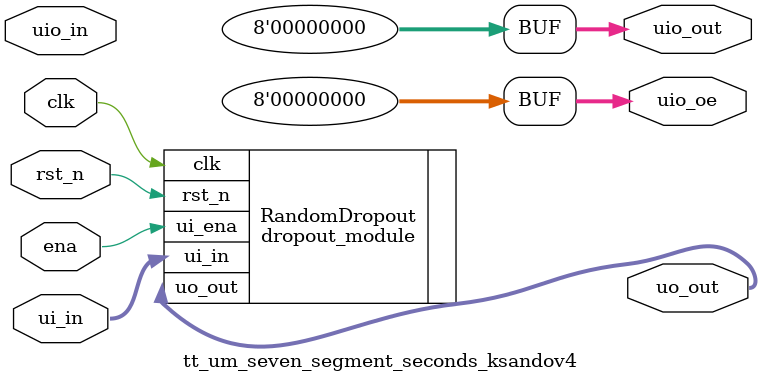
<source format=v>
`default_nettype none

module tt_um_seven_segment_seconds_ksandov4 (
    input wire clk,      // Clock signal
    input wire rst_n,    // Reset signal
    input wire ena,   // Enable signal used to determine if dropout should occur
    input wire [7:0] ui_in, // Data input for 8 neurons
    output wire [7:0] uo_out,
    output wire [7:0] uio_out,  // IOs: Bidirectional Output path
     output wire [7:0] uio_oe,
     input wire [7:0] uio_in  // Data output for 8 neurons
     // Output enable for 8 neurons
);

dropout_module RandomDropout (
    .clk(clk),        // Connect clk from top module to dropout module
    .rst_n(rst_n),    // Connect rst_n from top module to dropout module
    .ui_ena(ena),  // Connect ui_ena from top module to dropout module
    .ui_in(ui_in),    // Connect ui_in from top module to dropout module
    .uo_out(uo_out)   // Connect uo_out from dropout module to uo_out in the top module
);

assign uio_oe = 0;
assign uio_out = 0;
endmodule
// module tt_um_seven_segment_seconds #(
//     parameter MAX_COUNT = 24'd10_000_000
// ) (
//     input wire [7:0] ui_in,    // Dedicated inputs - connected to the input switches
//     output wire [7:0] uo_out,   // Dedicated outputs - connected to the 7 segment display
//     input wire [7:0] uio_in,   // IOs: Bidirectional Input path
//     output wire [7:0] uio_out,  // IOs: Bidirectional Output path
//     output wire [7:0] uio_oe,   // IOs: Bidirectional Enable path (active high: 0=input, 1=output)
//     input wire ena,      // will go high when the design is enabled
//     input wire clk,      // clock
//     input wire rst_n     // reset_n - low to reset
// );

// wire [7:0] dropoutdataout [0:7]; // Declare an array of wires to hold the dropout output
// wire [7:0] datain [0:7]; // Declare an array of wires to connect to datain

// assign datain[0] = ui_in;
// assign datain[1] = ui_in;
// assign datain[2] = ui_in;
// assign datain[3] = ui_in;
// assign datain[4] = ui_in;
// assign datain[5] = ui_in;
// assign datain[6] = ui_in;
// assign datain[7] = ui_in;

// RandomDropout dropout_inst (
//     .clk(clk),
//     .reset(rst_n),
//     .enable(ena),
//     .datain(datain),
//     .dataout(dropoutdataout)
// );

// assign uo_out = dropoutdataout[0]; // Connect the first neuron's dropout output to uo_out

// endmodule

</source>
